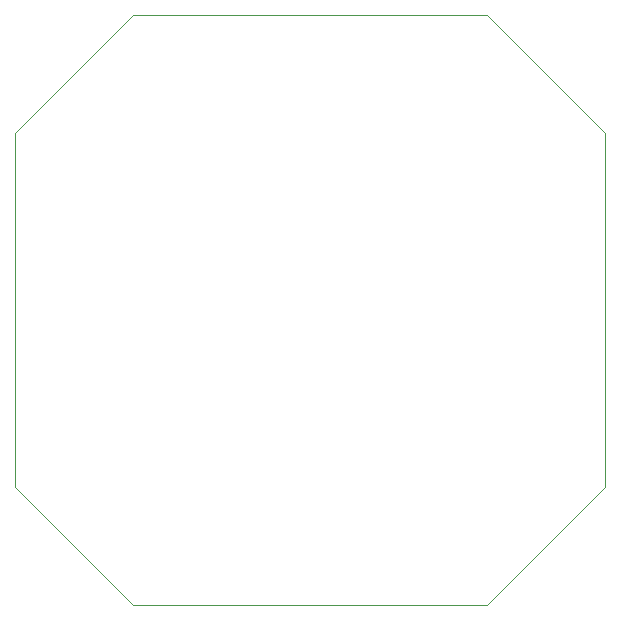
<source format=gko>
G04 (created by PCBNEW (2013-09-06 BZR 4312)-stable) date K 06 nov   2013 13:55:02 EET*
%MOIN*%
G04 Gerber Fmt 3.4, Leading zero omitted, Abs format*
%FSLAX34Y34*%
G01*
G70*
G90*
G04 APERTURE LIST*
%ADD10C,0.000787*%
%ADD11C,0.001000*%
G04 APERTURE END LIST*
G54D10*
G54D11*
X43307Y-55118D02*
X39370Y-51181D01*
X55118Y-55118D02*
X43307Y-55118D01*
X59055Y-51181D02*
X55118Y-55118D01*
X59055Y-39370D02*
X59055Y-51181D01*
X55118Y-35433D02*
X59055Y-39370D01*
X43307Y-35433D02*
X55118Y-35433D01*
X39370Y-39370D02*
X43307Y-35433D01*
X39370Y-51181D02*
X39370Y-39370D01*
M02*

</source>
